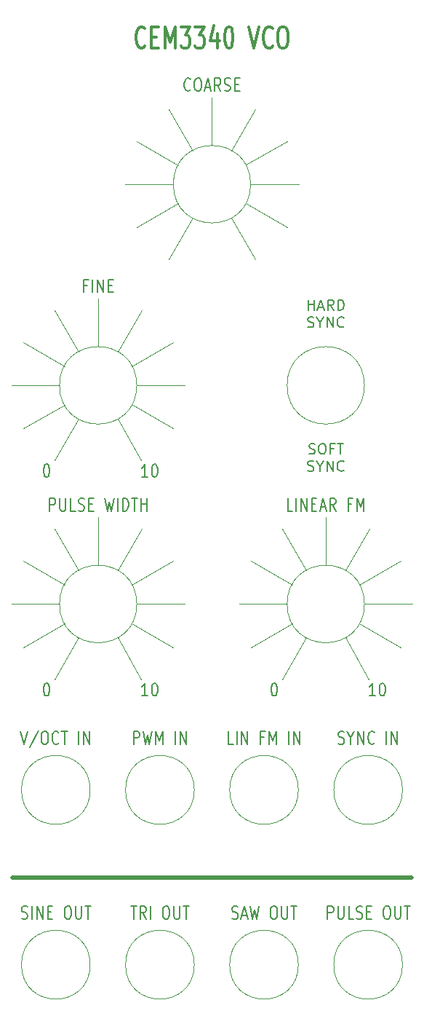
<source format=gbr>
G04 #@! TF.GenerationSoftware,KiCad,Pcbnew,(5.1.4-0-10_14)*
G04 #@! TF.CreationDate,2020-11-15T21:12:07-06:00*
G04 #@! TF.ProjectId,CEM3340_PANEL,43454d33-3334-4305-9f50-414e454c2e6b,rev?*
G04 #@! TF.SameCoordinates,Original*
G04 #@! TF.FileFunction,Legend,Top*
G04 #@! TF.FilePolarity,Positive*
%FSLAX46Y46*%
G04 Gerber Fmt 4.6, Leading zero omitted, Abs format (unit mm)*
G04 Created by KiCad (PCBNEW (5.1.4-0-10_14)) date 2020-11-15 21:12:07*
%MOMM*%
%LPD*%
G04 APERTURE LIST*
%ADD10C,0.200000*%
%ADD11C,0.120000*%
%ADD12C,0.500000*%
%ADD13C,0.300000*%
G04 APERTURE END LIST*
D10*
X99071428Y-107808571D02*
X98385714Y-107808571D01*
X98728571Y-107808571D02*
X98728571Y-106308571D01*
X98614285Y-106522857D01*
X98500000Y-106665714D01*
X98385714Y-106737142D01*
X99814285Y-106308571D02*
X99928571Y-106308571D01*
X100042857Y-106380000D01*
X100100000Y-106451428D01*
X100157142Y-106594285D01*
X100214285Y-106880000D01*
X100214285Y-107237142D01*
X100157142Y-107522857D01*
X100100000Y-107665714D01*
X100042857Y-107737142D01*
X99928571Y-107808571D01*
X99814285Y-107808571D01*
X99700000Y-107737142D01*
X99642857Y-107665714D01*
X99585714Y-107522857D01*
X99528571Y-107237142D01*
X99528571Y-106880000D01*
X99585714Y-106594285D01*
X99642857Y-106451428D01*
X99700000Y-106380000D01*
X99814285Y-106308571D01*
X87242857Y-106308571D02*
X87357142Y-106308571D01*
X87471428Y-106380000D01*
X87528571Y-106451428D01*
X87585714Y-106594285D01*
X87642857Y-106880000D01*
X87642857Y-107237142D01*
X87585714Y-107522857D01*
X87528571Y-107665714D01*
X87471428Y-107737142D01*
X87357142Y-107808571D01*
X87242857Y-107808571D01*
X87128571Y-107737142D01*
X87071428Y-107665714D01*
X87014285Y-107522857D01*
X86957142Y-107237142D01*
X86957142Y-106880000D01*
X87014285Y-106594285D01*
X87071428Y-106451428D01*
X87128571Y-106380000D01*
X87242857Y-106308571D01*
X72571428Y-82388571D02*
X71885714Y-82388571D01*
X72228571Y-82388571D02*
X72228571Y-80888571D01*
X72114285Y-81102857D01*
X72000000Y-81245714D01*
X71885714Y-81317142D01*
X73314285Y-80888571D02*
X73428571Y-80888571D01*
X73542857Y-80960000D01*
X73600000Y-81031428D01*
X73657142Y-81174285D01*
X73714285Y-81460000D01*
X73714285Y-81817142D01*
X73657142Y-82102857D01*
X73600000Y-82245714D01*
X73542857Y-82317142D01*
X73428571Y-82388571D01*
X73314285Y-82388571D01*
X73200000Y-82317142D01*
X73142857Y-82245714D01*
X73085714Y-82102857D01*
X73028571Y-81817142D01*
X73028571Y-81460000D01*
X73085714Y-81174285D01*
X73142857Y-81031428D01*
X73200000Y-80960000D01*
X73314285Y-80888571D01*
X60742857Y-80888571D02*
X60857142Y-80888571D01*
X60971428Y-80960000D01*
X61028571Y-81031428D01*
X61085714Y-81174285D01*
X61142857Y-81460000D01*
X61142857Y-81817142D01*
X61085714Y-82102857D01*
X61028571Y-82245714D01*
X60971428Y-82317142D01*
X60857142Y-82388571D01*
X60742857Y-82388571D01*
X60628571Y-82317142D01*
X60571428Y-82245714D01*
X60514285Y-82102857D01*
X60457142Y-81817142D01*
X60457142Y-81460000D01*
X60514285Y-81174285D01*
X60571428Y-81031428D01*
X60628571Y-80960000D01*
X60742857Y-80888571D01*
X72571428Y-107808571D02*
X71885714Y-107808571D01*
X72228571Y-107808571D02*
X72228571Y-106308571D01*
X72114285Y-106522857D01*
X72000000Y-106665714D01*
X71885714Y-106737142D01*
X73314285Y-106308571D02*
X73428571Y-106308571D01*
X73542857Y-106380000D01*
X73600000Y-106451428D01*
X73657142Y-106594285D01*
X73714285Y-106880000D01*
X73714285Y-107237142D01*
X73657142Y-107522857D01*
X73600000Y-107665714D01*
X73542857Y-107737142D01*
X73428571Y-107808571D01*
X73314285Y-107808571D01*
X73200000Y-107737142D01*
X73142857Y-107665714D01*
X73085714Y-107522857D01*
X73028571Y-107237142D01*
X73028571Y-106880000D01*
X73085714Y-106594285D01*
X73142857Y-106451428D01*
X73200000Y-106380000D01*
X73314285Y-106308571D01*
X60742857Y-106308571D02*
X60857142Y-106308571D01*
X60971428Y-106380000D01*
X61028571Y-106451428D01*
X61085714Y-106594285D01*
X61142857Y-106880000D01*
X61142857Y-107237142D01*
X61085714Y-107522857D01*
X61028571Y-107665714D01*
X60971428Y-107737142D01*
X60857142Y-107808571D01*
X60742857Y-107808571D01*
X60628571Y-107737142D01*
X60571428Y-107665714D01*
X60514285Y-107522857D01*
X60457142Y-107237142D01*
X60457142Y-106880000D01*
X60514285Y-106594285D01*
X60571428Y-106451428D01*
X60628571Y-106380000D01*
X60742857Y-106308571D01*
D11*
X97800000Y-71710000D02*
G75*
G03X97800000Y-71710000I-4500000J0D01*
G01*
X95550000Y-93230000D02*
X98350000Y-88380000D01*
X97800000Y-97130000D02*
X103400000Y-97130000D01*
X89400000Y-99370000D02*
X84550000Y-102160000D01*
X97800000Y-97130000D02*
G75*
G03X97800000Y-97130000I-4500000J0D01*
G01*
X97200000Y-99360000D02*
X102050000Y-102160000D01*
X93300000Y-92630000D02*
X93300000Y-87030000D01*
X91050000Y-101030000D02*
X88250000Y-105880000D01*
X89400000Y-94900000D02*
X84550000Y-92100000D01*
X91050000Y-93230000D02*
X88260000Y-88380000D01*
X97200000Y-94890000D02*
X102050000Y-92100000D01*
X88800000Y-97130000D02*
X83200000Y-97130000D01*
X95550000Y-101030000D02*
X98340000Y-105880000D01*
X69050000Y-93230000D02*
X71850000Y-88380000D01*
X71300000Y-97130000D02*
X76900000Y-97130000D01*
X62900000Y-99370000D02*
X58050000Y-102160000D01*
X71300000Y-97130000D02*
G75*
G03X71300000Y-97130000I-4500000J0D01*
G01*
X70700000Y-99360000D02*
X75550000Y-102160000D01*
X66800000Y-92630000D02*
X66800000Y-87030000D01*
X64550000Y-101030000D02*
X61750000Y-105880000D01*
X62900000Y-94900000D02*
X58050000Y-92100000D01*
X64550000Y-93230000D02*
X61760000Y-88380000D01*
X70700000Y-94890000D02*
X75550000Y-92100000D01*
X62300000Y-97130000D02*
X56700000Y-97130000D01*
X69050000Y-101030000D02*
X71840000Y-105880000D01*
X82300000Y-44430000D02*
X85100000Y-39580000D01*
X84550000Y-48330000D02*
X90150000Y-48330000D01*
X76150000Y-50570000D02*
X71300000Y-53360000D01*
X84550000Y-48330000D02*
G75*
G03X84550000Y-48330000I-4500000J0D01*
G01*
X83950000Y-50560000D02*
X88800000Y-53360000D01*
X80050000Y-43830000D02*
X80050000Y-38230000D01*
X77800000Y-52230000D02*
X75000000Y-57080000D01*
X76150000Y-46100000D02*
X71300000Y-43300000D01*
X77800000Y-44430000D02*
X75010000Y-39580000D01*
X83950000Y-46090000D02*
X88800000Y-43300000D01*
X75550000Y-48330000D02*
X69950000Y-48330000D01*
X82300000Y-52230000D02*
X85090000Y-57080000D01*
X69050000Y-67810000D02*
X71850000Y-62960000D01*
X71300000Y-71710000D02*
X76900000Y-71710000D01*
X62900000Y-73950000D02*
X58050000Y-76740000D01*
X71300000Y-71710000D02*
G75*
G03X71300000Y-71710000I-4500000J0D01*
G01*
X70700000Y-73940000D02*
X75550000Y-76740000D01*
X66800000Y-67210000D02*
X66800000Y-61610000D01*
X64550000Y-75610000D02*
X61750000Y-80460000D01*
X62900000Y-69480000D02*
X58050000Y-66680000D01*
X64550000Y-67810000D02*
X61760000Y-62960000D01*
X70700000Y-69470000D02*
X75550000Y-66680000D01*
X62300000Y-71710000D02*
X56700000Y-71710000D01*
X69050000Y-75610000D02*
X71840000Y-80460000D01*
X102230000Y-139060000D02*
G75*
G03X102230000Y-139060000I-4000000J0D01*
G01*
X90110000Y-139060000D02*
G75*
G03X90110000Y-139060000I-4000000J0D01*
G01*
X77990000Y-139060000D02*
G75*
G03X77990000Y-139060000I-4000000J0D01*
G01*
X65870000Y-139060000D02*
G75*
G03X65870000Y-139060000I-4000000J0D01*
G01*
X102230000Y-118740000D02*
G75*
G03X102230000Y-118740000I-4000000J0D01*
G01*
X90110000Y-118740000D02*
G75*
G03X90110000Y-118740000I-4000000J0D01*
G01*
X77990000Y-118740000D02*
G75*
G03X77990000Y-118740000I-4000000J0D01*
G01*
X65870000Y-118740000D02*
G75*
G03X65870000Y-118740000I-4000000J0D01*
G01*
D10*
X89442857Y-86308571D02*
X88871428Y-86308571D01*
X88871428Y-84808571D01*
X89842857Y-86308571D02*
X89842857Y-84808571D01*
X90414285Y-86308571D02*
X90414285Y-84808571D01*
X91100000Y-86308571D01*
X91100000Y-84808571D01*
X91671428Y-85522857D02*
X92071428Y-85522857D01*
X92242857Y-86308571D02*
X91671428Y-86308571D01*
X91671428Y-84808571D01*
X92242857Y-84808571D01*
X92700000Y-85880000D02*
X93271428Y-85880000D01*
X92585714Y-86308571D02*
X92985714Y-84808571D01*
X93385714Y-86308571D01*
X94471428Y-86308571D02*
X94071428Y-85594285D01*
X93785714Y-86308571D02*
X93785714Y-84808571D01*
X94242857Y-84808571D01*
X94357142Y-84880000D01*
X94414285Y-84951428D01*
X94471428Y-85094285D01*
X94471428Y-85308571D01*
X94414285Y-85451428D01*
X94357142Y-85522857D01*
X94242857Y-85594285D01*
X93785714Y-85594285D01*
X96300000Y-85522857D02*
X95900000Y-85522857D01*
X95900000Y-86308571D02*
X95900000Y-84808571D01*
X96471428Y-84808571D01*
X96928571Y-86308571D02*
X96928571Y-84808571D01*
X97328571Y-85880000D01*
X97728571Y-84808571D01*
X97728571Y-86308571D01*
X61142857Y-86308571D02*
X61142857Y-84808571D01*
X61600000Y-84808571D01*
X61714285Y-84880000D01*
X61771428Y-84951428D01*
X61828571Y-85094285D01*
X61828571Y-85308571D01*
X61771428Y-85451428D01*
X61714285Y-85522857D01*
X61600000Y-85594285D01*
X61142857Y-85594285D01*
X62342857Y-84808571D02*
X62342857Y-86022857D01*
X62400000Y-86165714D01*
X62457142Y-86237142D01*
X62571428Y-86308571D01*
X62800000Y-86308571D01*
X62914285Y-86237142D01*
X62971428Y-86165714D01*
X63028571Y-86022857D01*
X63028571Y-84808571D01*
X64171428Y-86308571D02*
X63600000Y-86308571D01*
X63600000Y-84808571D01*
X64514285Y-86237142D02*
X64685714Y-86308571D01*
X64971428Y-86308571D01*
X65085714Y-86237142D01*
X65142857Y-86165714D01*
X65200000Y-86022857D01*
X65200000Y-85880000D01*
X65142857Y-85737142D01*
X65085714Y-85665714D01*
X64971428Y-85594285D01*
X64742857Y-85522857D01*
X64628571Y-85451428D01*
X64571428Y-85380000D01*
X64514285Y-85237142D01*
X64514285Y-85094285D01*
X64571428Y-84951428D01*
X64628571Y-84880000D01*
X64742857Y-84808571D01*
X65028571Y-84808571D01*
X65200000Y-84880000D01*
X65714285Y-85522857D02*
X66114285Y-85522857D01*
X66285714Y-86308571D02*
X65714285Y-86308571D01*
X65714285Y-84808571D01*
X66285714Y-84808571D01*
X67600000Y-84808571D02*
X67885714Y-86308571D01*
X68114285Y-85237142D01*
X68342857Y-86308571D01*
X68628571Y-84808571D01*
X69085714Y-86308571D02*
X69085714Y-84808571D01*
X69657142Y-86308571D02*
X69657142Y-84808571D01*
X69942857Y-84808571D01*
X70114285Y-84880000D01*
X70228571Y-85022857D01*
X70285714Y-85165714D01*
X70342857Y-85451428D01*
X70342857Y-85665714D01*
X70285714Y-85951428D01*
X70228571Y-86094285D01*
X70114285Y-86237142D01*
X69942857Y-86308571D01*
X69657142Y-86308571D01*
X70685714Y-84808571D02*
X71371428Y-84808571D01*
X71028571Y-86308571D02*
X71028571Y-84808571D01*
X71771428Y-86308571D02*
X71771428Y-84808571D01*
X71771428Y-85522857D02*
X72457142Y-85522857D01*
X72457142Y-86308571D02*
X72457142Y-84808571D01*
X65514285Y-60102857D02*
X65114285Y-60102857D01*
X65114285Y-60888571D02*
X65114285Y-59388571D01*
X65685714Y-59388571D01*
X66142857Y-60888571D02*
X66142857Y-59388571D01*
X66714285Y-60888571D02*
X66714285Y-59388571D01*
X67400000Y-60888571D01*
X67400000Y-59388571D01*
X67971428Y-60102857D02*
X68371428Y-60102857D01*
X68542857Y-60888571D02*
X67971428Y-60888571D01*
X67971428Y-59388571D01*
X68542857Y-59388571D01*
X77564285Y-37365714D02*
X77507142Y-37437142D01*
X77335714Y-37508571D01*
X77221428Y-37508571D01*
X77050000Y-37437142D01*
X76935714Y-37294285D01*
X76878571Y-37151428D01*
X76821428Y-36865714D01*
X76821428Y-36651428D01*
X76878571Y-36365714D01*
X76935714Y-36222857D01*
X77050000Y-36080000D01*
X77221428Y-36008571D01*
X77335714Y-36008571D01*
X77507142Y-36080000D01*
X77564285Y-36151428D01*
X78307142Y-36008571D02*
X78535714Y-36008571D01*
X78650000Y-36080000D01*
X78764285Y-36222857D01*
X78821428Y-36508571D01*
X78821428Y-37008571D01*
X78764285Y-37294285D01*
X78650000Y-37437142D01*
X78535714Y-37508571D01*
X78307142Y-37508571D01*
X78192857Y-37437142D01*
X78078571Y-37294285D01*
X78021428Y-37008571D01*
X78021428Y-36508571D01*
X78078571Y-36222857D01*
X78192857Y-36080000D01*
X78307142Y-36008571D01*
X79278571Y-37080000D02*
X79850000Y-37080000D01*
X79164285Y-37508571D02*
X79564285Y-36008571D01*
X79964285Y-37508571D01*
X81050000Y-37508571D02*
X80650000Y-36794285D01*
X80364285Y-37508571D02*
X80364285Y-36008571D01*
X80821428Y-36008571D01*
X80935714Y-36080000D01*
X80992857Y-36151428D01*
X81050000Y-36294285D01*
X81050000Y-36508571D01*
X80992857Y-36651428D01*
X80935714Y-36722857D01*
X80821428Y-36794285D01*
X80364285Y-36794285D01*
X81507142Y-37437142D02*
X81678571Y-37508571D01*
X81964285Y-37508571D01*
X82078571Y-37437142D01*
X82135714Y-37365714D01*
X82192857Y-37222857D01*
X82192857Y-37080000D01*
X82135714Y-36937142D01*
X82078571Y-36865714D01*
X81964285Y-36794285D01*
X81735714Y-36722857D01*
X81621428Y-36651428D01*
X81564285Y-36580000D01*
X81507142Y-36437142D01*
X81507142Y-36294285D01*
X81564285Y-36151428D01*
X81621428Y-36080000D01*
X81735714Y-36008571D01*
X82021428Y-36008571D01*
X82192857Y-36080000D01*
X82707142Y-36722857D02*
X83107142Y-36722857D01*
X83278571Y-37508571D02*
X82707142Y-37508571D01*
X82707142Y-36008571D01*
X83278571Y-36008571D01*
D12*
X56800000Y-128900000D02*
X103300000Y-128900000D01*
D10*
X93515714Y-133738571D02*
X93515714Y-132238571D01*
X93972857Y-132238571D01*
X94087142Y-132310000D01*
X94144285Y-132381428D01*
X94201428Y-132524285D01*
X94201428Y-132738571D01*
X94144285Y-132881428D01*
X94087142Y-132952857D01*
X93972857Y-133024285D01*
X93515714Y-133024285D01*
X94715714Y-132238571D02*
X94715714Y-133452857D01*
X94772857Y-133595714D01*
X94830000Y-133667142D01*
X94944285Y-133738571D01*
X95172857Y-133738571D01*
X95287142Y-133667142D01*
X95344285Y-133595714D01*
X95401428Y-133452857D01*
X95401428Y-132238571D01*
X96544285Y-133738571D02*
X95972857Y-133738571D01*
X95972857Y-132238571D01*
X96887142Y-133667142D02*
X97058571Y-133738571D01*
X97344285Y-133738571D01*
X97458571Y-133667142D01*
X97515714Y-133595714D01*
X97572857Y-133452857D01*
X97572857Y-133310000D01*
X97515714Y-133167142D01*
X97458571Y-133095714D01*
X97344285Y-133024285D01*
X97115714Y-132952857D01*
X97001428Y-132881428D01*
X96944285Y-132810000D01*
X96887142Y-132667142D01*
X96887142Y-132524285D01*
X96944285Y-132381428D01*
X97001428Y-132310000D01*
X97115714Y-132238571D01*
X97401428Y-132238571D01*
X97572857Y-132310000D01*
X98087142Y-132952857D02*
X98487142Y-132952857D01*
X98658571Y-133738571D02*
X98087142Y-133738571D01*
X98087142Y-132238571D01*
X98658571Y-132238571D01*
X100315714Y-132238571D02*
X100544285Y-132238571D01*
X100658571Y-132310000D01*
X100772857Y-132452857D01*
X100830000Y-132738571D01*
X100830000Y-133238571D01*
X100772857Y-133524285D01*
X100658571Y-133667142D01*
X100544285Y-133738571D01*
X100315714Y-133738571D01*
X100201428Y-133667142D01*
X100087142Y-133524285D01*
X100030000Y-133238571D01*
X100030000Y-132738571D01*
X100087142Y-132452857D01*
X100201428Y-132310000D01*
X100315714Y-132238571D01*
X101344285Y-132238571D02*
X101344285Y-133452857D01*
X101401428Y-133595714D01*
X101458571Y-133667142D01*
X101572857Y-133738571D01*
X101801428Y-133738571D01*
X101915714Y-133667142D01*
X101972857Y-133595714D01*
X102030000Y-133452857D01*
X102030000Y-132238571D01*
X102430000Y-132238571D02*
X103115714Y-132238571D01*
X102772857Y-133738571D02*
X102772857Y-132238571D01*
X82395714Y-133667142D02*
X82567142Y-133738571D01*
X82852857Y-133738571D01*
X82967142Y-133667142D01*
X83024285Y-133595714D01*
X83081428Y-133452857D01*
X83081428Y-133310000D01*
X83024285Y-133167142D01*
X82967142Y-133095714D01*
X82852857Y-133024285D01*
X82624285Y-132952857D01*
X82510000Y-132881428D01*
X82452857Y-132810000D01*
X82395714Y-132667142D01*
X82395714Y-132524285D01*
X82452857Y-132381428D01*
X82510000Y-132310000D01*
X82624285Y-132238571D01*
X82910000Y-132238571D01*
X83081428Y-132310000D01*
X83538571Y-133310000D02*
X84110000Y-133310000D01*
X83424285Y-133738571D02*
X83824285Y-132238571D01*
X84224285Y-133738571D01*
X84510000Y-132238571D02*
X84795714Y-133738571D01*
X85024285Y-132667142D01*
X85252857Y-133738571D01*
X85538571Y-132238571D01*
X87138571Y-132238571D02*
X87367142Y-132238571D01*
X87481428Y-132310000D01*
X87595714Y-132452857D01*
X87652857Y-132738571D01*
X87652857Y-133238571D01*
X87595714Y-133524285D01*
X87481428Y-133667142D01*
X87367142Y-133738571D01*
X87138571Y-133738571D01*
X87024285Y-133667142D01*
X86910000Y-133524285D01*
X86852857Y-133238571D01*
X86852857Y-132738571D01*
X86910000Y-132452857D01*
X87024285Y-132310000D01*
X87138571Y-132238571D01*
X88167142Y-132238571D02*
X88167142Y-133452857D01*
X88224285Y-133595714D01*
X88281428Y-133667142D01*
X88395714Y-133738571D01*
X88624285Y-133738571D01*
X88738571Y-133667142D01*
X88795714Y-133595714D01*
X88852857Y-133452857D01*
X88852857Y-132238571D01*
X89252857Y-132238571D02*
X89938571Y-132238571D01*
X89595714Y-133738571D02*
X89595714Y-132238571D01*
X70590000Y-132238571D02*
X71275714Y-132238571D01*
X70932857Y-133738571D02*
X70932857Y-132238571D01*
X72361428Y-133738571D02*
X71961428Y-133024285D01*
X71675714Y-133738571D02*
X71675714Y-132238571D01*
X72132857Y-132238571D01*
X72247142Y-132310000D01*
X72304285Y-132381428D01*
X72361428Y-132524285D01*
X72361428Y-132738571D01*
X72304285Y-132881428D01*
X72247142Y-132952857D01*
X72132857Y-133024285D01*
X71675714Y-133024285D01*
X72875714Y-133738571D02*
X72875714Y-132238571D01*
X74590000Y-132238571D02*
X74818571Y-132238571D01*
X74932857Y-132310000D01*
X75047142Y-132452857D01*
X75104285Y-132738571D01*
X75104285Y-133238571D01*
X75047142Y-133524285D01*
X74932857Y-133667142D01*
X74818571Y-133738571D01*
X74590000Y-133738571D01*
X74475714Y-133667142D01*
X74361428Y-133524285D01*
X74304285Y-133238571D01*
X74304285Y-132738571D01*
X74361428Y-132452857D01*
X74475714Y-132310000D01*
X74590000Y-132238571D01*
X75618571Y-132238571D02*
X75618571Y-133452857D01*
X75675714Y-133595714D01*
X75732857Y-133667142D01*
X75847142Y-133738571D01*
X76075714Y-133738571D01*
X76190000Y-133667142D01*
X76247142Y-133595714D01*
X76304285Y-133452857D01*
X76304285Y-132238571D01*
X76704285Y-132238571D02*
X77390000Y-132238571D01*
X77047142Y-133738571D02*
X77047142Y-132238571D01*
X57898571Y-133667142D02*
X58070000Y-133738571D01*
X58355714Y-133738571D01*
X58470000Y-133667142D01*
X58527142Y-133595714D01*
X58584285Y-133452857D01*
X58584285Y-133310000D01*
X58527142Y-133167142D01*
X58470000Y-133095714D01*
X58355714Y-133024285D01*
X58127142Y-132952857D01*
X58012857Y-132881428D01*
X57955714Y-132810000D01*
X57898571Y-132667142D01*
X57898571Y-132524285D01*
X57955714Y-132381428D01*
X58012857Y-132310000D01*
X58127142Y-132238571D01*
X58412857Y-132238571D01*
X58584285Y-132310000D01*
X59098571Y-133738571D02*
X59098571Y-132238571D01*
X59670000Y-133738571D02*
X59670000Y-132238571D01*
X60355714Y-133738571D01*
X60355714Y-132238571D01*
X60927142Y-132952857D02*
X61327142Y-132952857D01*
X61498571Y-133738571D02*
X60927142Y-133738571D01*
X60927142Y-132238571D01*
X61498571Y-132238571D01*
X63155714Y-132238571D02*
X63384285Y-132238571D01*
X63498571Y-132310000D01*
X63612857Y-132452857D01*
X63670000Y-132738571D01*
X63670000Y-133238571D01*
X63612857Y-133524285D01*
X63498571Y-133667142D01*
X63384285Y-133738571D01*
X63155714Y-133738571D01*
X63041428Y-133667142D01*
X62927142Y-133524285D01*
X62870000Y-133238571D01*
X62870000Y-132738571D01*
X62927142Y-132452857D01*
X63041428Y-132310000D01*
X63155714Y-132238571D01*
X64184285Y-132238571D02*
X64184285Y-133452857D01*
X64241428Y-133595714D01*
X64298571Y-133667142D01*
X64412857Y-133738571D01*
X64641428Y-133738571D01*
X64755714Y-133667142D01*
X64812857Y-133595714D01*
X64870000Y-133452857D01*
X64870000Y-132238571D01*
X65270000Y-132238571D02*
X65955714Y-132238571D01*
X65612857Y-133738571D02*
X65612857Y-132238571D01*
X94772857Y-113347142D02*
X94944285Y-113418571D01*
X95230000Y-113418571D01*
X95344285Y-113347142D01*
X95401428Y-113275714D01*
X95458571Y-113132857D01*
X95458571Y-112990000D01*
X95401428Y-112847142D01*
X95344285Y-112775714D01*
X95230000Y-112704285D01*
X95001428Y-112632857D01*
X94887142Y-112561428D01*
X94830000Y-112490000D01*
X94772857Y-112347142D01*
X94772857Y-112204285D01*
X94830000Y-112061428D01*
X94887142Y-111990000D01*
X95001428Y-111918571D01*
X95287142Y-111918571D01*
X95458571Y-111990000D01*
X96201428Y-112704285D02*
X96201428Y-113418571D01*
X95801428Y-111918571D02*
X96201428Y-112704285D01*
X96601428Y-111918571D01*
X97001428Y-113418571D02*
X97001428Y-111918571D01*
X97687142Y-113418571D01*
X97687142Y-111918571D01*
X98944285Y-113275714D02*
X98887142Y-113347142D01*
X98715714Y-113418571D01*
X98601428Y-113418571D01*
X98430000Y-113347142D01*
X98315714Y-113204285D01*
X98258571Y-113061428D01*
X98201428Y-112775714D01*
X98201428Y-112561428D01*
X98258571Y-112275714D01*
X98315714Y-112132857D01*
X98430000Y-111990000D01*
X98601428Y-111918571D01*
X98715714Y-111918571D01*
X98887142Y-111990000D01*
X98944285Y-112061428D01*
X100372857Y-113418571D02*
X100372857Y-111918571D01*
X100944285Y-113418571D02*
X100944285Y-111918571D01*
X101630000Y-113418571D01*
X101630000Y-111918571D01*
X82538571Y-113418571D02*
X81967142Y-113418571D01*
X81967142Y-111918571D01*
X82938571Y-113418571D02*
X82938571Y-111918571D01*
X83510000Y-113418571D02*
X83510000Y-111918571D01*
X84195714Y-113418571D01*
X84195714Y-111918571D01*
X86081428Y-112632857D02*
X85681428Y-112632857D01*
X85681428Y-113418571D02*
X85681428Y-111918571D01*
X86252857Y-111918571D01*
X86710000Y-113418571D02*
X86710000Y-111918571D01*
X87110000Y-112990000D01*
X87510000Y-111918571D01*
X87510000Y-113418571D01*
X88995714Y-113418571D02*
X88995714Y-111918571D01*
X89567142Y-113418571D02*
X89567142Y-111918571D01*
X90252857Y-113418571D01*
X90252857Y-111918571D01*
X70932857Y-113418571D02*
X70932857Y-111918571D01*
X71390000Y-111918571D01*
X71504285Y-111990000D01*
X71561428Y-112061428D01*
X71618571Y-112204285D01*
X71618571Y-112418571D01*
X71561428Y-112561428D01*
X71504285Y-112632857D01*
X71390000Y-112704285D01*
X70932857Y-112704285D01*
X72018571Y-111918571D02*
X72304285Y-113418571D01*
X72532857Y-112347142D01*
X72761428Y-113418571D01*
X73047142Y-111918571D01*
X73504285Y-113418571D02*
X73504285Y-111918571D01*
X73904285Y-112990000D01*
X74304285Y-111918571D01*
X74304285Y-113418571D01*
X75790000Y-113418571D02*
X75790000Y-111918571D01*
X76361428Y-113418571D02*
X76361428Y-111918571D01*
X77047142Y-113418571D01*
X77047142Y-111918571D01*
X57784285Y-111918571D02*
X58184285Y-113418571D01*
X58584285Y-111918571D01*
X59841428Y-111847142D02*
X58812857Y-113775714D01*
X60470000Y-111918571D02*
X60698571Y-111918571D01*
X60812857Y-111990000D01*
X60927142Y-112132857D01*
X60984285Y-112418571D01*
X60984285Y-112918571D01*
X60927142Y-113204285D01*
X60812857Y-113347142D01*
X60698571Y-113418571D01*
X60470000Y-113418571D01*
X60355714Y-113347142D01*
X60241428Y-113204285D01*
X60184285Y-112918571D01*
X60184285Y-112418571D01*
X60241428Y-112132857D01*
X60355714Y-111990000D01*
X60470000Y-111918571D01*
X62184285Y-113275714D02*
X62127142Y-113347142D01*
X61955714Y-113418571D01*
X61841428Y-113418571D01*
X61670000Y-113347142D01*
X61555714Y-113204285D01*
X61498571Y-113061428D01*
X61441428Y-112775714D01*
X61441428Y-112561428D01*
X61498571Y-112275714D01*
X61555714Y-112132857D01*
X61670000Y-111990000D01*
X61841428Y-111918571D01*
X61955714Y-111918571D01*
X62127142Y-111990000D01*
X62184285Y-112061428D01*
X62527142Y-111918571D02*
X63212857Y-111918571D01*
X62870000Y-113418571D02*
X62870000Y-111918571D01*
X64527142Y-113418571D02*
X64527142Y-111918571D01*
X65098571Y-113418571D02*
X65098571Y-111918571D01*
X65784285Y-113418571D01*
X65784285Y-111918571D01*
X91357142Y-79625714D02*
X91528571Y-79682857D01*
X91814285Y-79682857D01*
X91928571Y-79625714D01*
X91985714Y-79568571D01*
X92042857Y-79454285D01*
X92042857Y-79340000D01*
X91985714Y-79225714D01*
X91928571Y-79168571D01*
X91814285Y-79111428D01*
X91585714Y-79054285D01*
X91471428Y-78997142D01*
X91414285Y-78940000D01*
X91357142Y-78825714D01*
X91357142Y-78711428D01*
X91414285Y-78597142D01*
X91471428Y-78540000D01*
X91585714Y-78482857D01*
X91871428Y-78482857D01*
X92042857Y-78540000D01*
X92785714Y-78482857D02*
X93014285Y-78482857D01*
X93128571Y-78540000D01*
X93242857Y-78654285D01*
X93300000Y-78882857D01*
X93300000Y-79282857D01*
X93242857Y-79511428D01*
X93128571Y-79625714D01*
X93014285Y-79682857D01*
X92785714Y-79682857D01*
X92671428Y-79625714D01*
X92557142Y-79511428D01*
X92500000Y-79282857D01*
X92500000Y-78882857D01*
X92557142Y-78654285D01*
X92671428Y-78540000D01*
X92785714Y-78482857D01*
X94214285Y-79054285D02*
X93814285Y-79054285D01*
X93814285Y-79682857D02*
X93814285Y-78482857D01*
X94385714Y-78482857D01*
X94671428Y-78482857D02*
X95357142Y-78482857D01*
X95014285Y-79682857D02*
X95014285Y-78482857D01*
X91214285Y-81625714D02*
X91385714Y-81682857D01*
X91671428Y-81682857D01*
X91785714Y-81625714D01*
X91842857Y-81568571D01*
X91900000Y-81454285D01*
X91900000Y-81340000D01*
X91842857Y-81225714D01*
X91785714Y-81168571D01*
X91671428Y-81111428D01*
X91442857Y-81054285D01*
X91328571Y-80997142D01*
X91271428Y-80940000D01*
X91214285Y-80825714D01*
X91214285Y-80711428D01*
X91271428Y-80597142D01*
X91328571Y-80540000D01*
X91442857Y-80482857D01*
X91728571Y-80482857D01*
X91900000Y-80540000D01*
X92642857Y-81111428D02*
X92642857Y-81682857D01*
X92242857Y-80482857D02*
X92642857Y-81111428D01*
X93042857Y-80482857D01*
X93442857Y-81682857D02*
X93442857Y-80482857D01*
X94128571Y-81682857D01*
X94128571Y-80482857D01*
X95385714Y-81568571D02*
X95328571Y-81625714D01*
X95157142Y-81682857D01*
X95042857Y-81682857D01*
X94871428Y-81625714D01*
X94757142Y-81511428D01*
X94700000Y-81397142D01*
X94642857Y-81168571D01*
X94642857Y-80997142D01*
X94700000Y-80768571D01*
X94757142Y-80654285D01*
X94871428Y-80540000D01*
X95042857Y-80482857D01*
X95157142Y-80482857D01*
X95328571Y-80540000D01*
X95385714Y-80597142D01*
X91242857Y-62962857D02*
X91242857Y-61762857D01*
X91242857Y-62334285D02*
X91928571Y-62334285D01*
X91928571Y-62962857D02*
X91928571Y-61762857D01*
X92442857Y-62620000D02*
X93014285Y-62620000D01*
X92328571Y-62962857D02*
X92728571Y-61762857D01*
X93128571Y-62962857D01*
X94214285Y-62962857D02*
X93814285Y-62391428D01*
X93528571Y-62962857D02*
X93528571Y-61762857D01*
X93985714Y-61762857D01*
X94100000Y-61820000D01*
X94157142Y-61877142D01*
X94214285Y-61991428D01*
X94214285Y-62162857D01*
X94157142Y-62277142D01*
X94100000Y-62334285D01*
X93985714Y-62391428D01*
X93528571Y-62391428D01*
X94728571Y-62962857D02*
X94728571Y-61762857D01*
X95014285Y-61762857D01*
X95185714Y-61820000D01*
X95300000Y-61934285D01*
X95357142Y-62048571D01*
X95414285Y-62277142D01*
X95414285Y-62448571D01*
X95357142Y-62677142D01*
X95300000Y-62791428D01*
X95185714Y-62905714D01*
X95014285Y-62962857D01*
X94728571Y-62962857D01*
X91214285Y-64905714D02*
X91385714Y-64962857D01*
X91671428Y-64962857D01*
X91785714Y-64905714D01*
X91842857Y-64848571D01*
X91900000Y-64734285D01*
X91900000Y-64620000D01*
X91842857Y-64505714D01*
X91785714Y-64448571D01*
X91671428Y-64391428D01*
X91442857Y-64334285D01*
X91328571Y-64277142D01*
X91271428Y-64220000D01*
X91214285Y-64105714D01*
X91214285Y-63991428D01*
X91271428Y-63877142D01*
X91328571Y-63820000D01*
X91442857Y-63762857D01*
X91728571Y-63762857D01*
X91900000Y-63820000D01*
X92642857Y-64391428D02*
X92642857Y-64962857D01*
X92242857Y-63762857D02*
X92642857Y-64391428D01*
X93042857Y-63762857D01*
X93442857Y-64962857D02*
X93442857Y-63762857D01*
X94128571Y-64962857D01*
X94128571Y-63762857D01*
X95385714Y-64848571D02*
X95328571Y-64905714D01*
X95157142Y-64962857D01*
X95042857Y-64962857D01*
X94871428Y-64905714D01*
X94757142Y-64791428D01*
X94700000Y-64677142D01*
X94642857Y-64448571D01*
X94642857Y-64277142D01*
X94700000Y-64048571D01*
X94757142Y-63934285D01*
X94871428Y-63820000D01*
X95042857Y-63762857D01*
X95157142Y-63762857D01*
X95328571Y-63820000D01*
X95385714Y-63877142D01*
D13*
X72258333Y-32272857D02*
X72175000Y-32391904D01*
X71925000Y-32510952D01*
X71758333Y-32510952D01*
X71508333Y-32391904D01*
X71341666Y-32153809D01*
X71258333Y-31915714D01*
X71175000Y-31439523D01*
X71175000Y-31082380D01*
X71258333Y-30606190D01*
X71341666Y-30368095D01*
X71508333Y-30130000D01*
X71758333Y-30010952D01*
X71925000Y-30010952D01*
X72175000Y-30130000D01*
X72258333Y-30249047D01*
X73008333Y-31201428D02*
X73591666Y-31201428D01*
X73841666Y-32510952D02*
X73008333Y-32510952D01*
X73008333Y-30010952D01*
X73841666Y-30010952D01*
X74591666Y-32510952D02*
X74591666Y-30010952D01*
X75175000Y-31796666D01*
X75758333Y-30010952D01*
X75758333Y-32510952D01*
X76425000Y-30010952D02*
X77508333Y-30010952D01*
X76925000Y-30963333D01*
X77175000Y-30963333D01*
X77341666Y-31082380D01*
X77425000Y-31201428D01*
X77508333Y-31439523D01*
X77508333Y-32034761D01*
X77425000Y-32272857D01*
X77341666Y-32391904D01*
X77175000Y-32510952D01*
X76675000Y-32510952D01*
X76508333Y-32391904D01*
X76425000Y-32272857D01*
X78091666Y-30010952D02*
X79175000Y-30010952D01*
X78591666Y-30963333D01*
X78841666Y-30963333D01*
X79008333Y-31082380D01*
X79091666Y-31201428D01*
X79175000Y-31439523D01*
X79175000Y-32034761D01*
X79091666Y-32272857D01*
X79008333Y-32391904D01*
X78841666Y-32510952D01*
X78341666Y-32510952D01*
X78175000Y-32391904D01*
X78091666Y-32272857D01*
X80675000Y-30844285D02*
X80675000Y-32510952D01*
X80258333Y-29891904D02*
X79841666Y-31677619D01*
X80925000Y-31677619D01*
X81925000Y-30010952D02*
X82091666Y-30010952D01*
X82258333Y-30130000D01*
X82341666Y-30249047D01*
X82425000Y-30487142D01*
X82508333Y-30963333D01*
X82508333Y-31558571D01*
X82425000Y-32034761D01*
X82341666Y-32272857D01*
X82258333Y-32391904D01*
X82091666Y-32510952D01*
X81925000Y-32510952D01*
X81758333Y-32391904D01*
X81675000Y-32272857D01*
X81591666Y-32034761D01*
X81508333Y-31558571D01*
X81508333Y-30963333D01*
X81591666Y-30487142D01*
X81675000Y-30249047D01*
X81758333Y-30130000D01*
X81925000Y-30010952D01*
X84341666Y-30010952D02*
X84925000Y-32510952D01*
X85508333Y-30010952D01*
X87091666Y-32272857D02*
X87008333Y-32391904D01*
X86758333Y-32510952D01*
X86591666Y-32510952D01*
X86341666Y-32391904D01*
X86175000Y-32153809D01*
X86091666Y-31915714D01*
X86008333Y-31439523D01*
X86008333Y-31082380D01*
X86091666Y-30606190D01*
X86175000Y-30368095D01*
X86341666Y-30130000D01*
X86591666Y-30010952D01*
X86758333Y-30010952D01*
X87008333Y-30130000D01*
X87091666Y-30249047D01*
X88175000Y-30010952D02*
X88508333Y-30010952D01*
X88675000Y-30130000D01*
X88841666Y-30368095D01*
X88925000Y-30844285D01*
X88925000Y-31677619D01*
X88841666Y-32153809D01*
X88675000Y-32391904D01*
X88508333Y-32510952D01*
X88175000Y-32510952D01*
X88008333Y-32391904D01*
X87841666Y-32153809D01*
X87758333Y-31677619D01*
X87758333Y-30844285D01*
X87841666Y-30368095D01*
X88008333Y-30130000D01*
X88175000Y-30010952D01*
M02*

</source>
